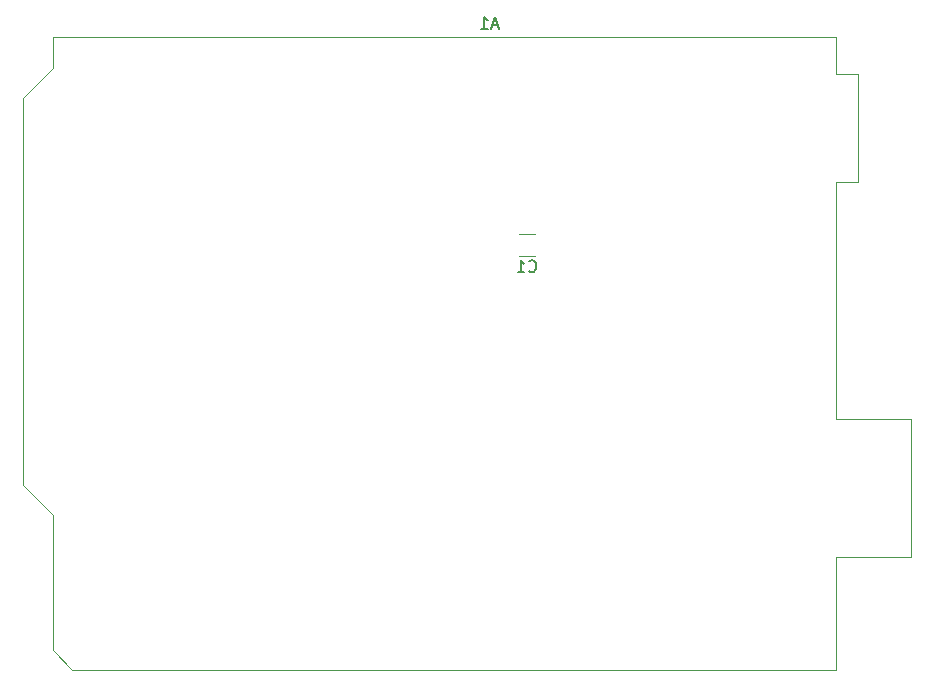
<source format=gbr>
%TF.GenerationSoftware,KiCad,Pcbnew,9.0.7-9.0.7~ubuntu24.04.1*%
%TF.CreationDate,2026-01-22T09:15:27-05:00*%
%TF.ProjectId,LED_proto_sector,4c45445f-7072-46f7-946f-5f736563746f,rev?*%
%TF.SameCoordinates,Original*%
%TF.FileFunction,Legend,Bot*%
%TF.FilePolarity,Positive*%
%FSLAX46Y46*%
G04 Gerber Fmt 4.6, Leading zero omitted, Abs format (unit mm)*
G04 Created by KiCad (PCBNEW 9.0.7-9.0.7~ubuntu24.04.1) date 2026-01-22 09:15:27*
%MOMM*%
%LPD*%
G01*
G04 APERTURE LIST*
%ADD10C,0.150000*%
%ADD11C,0.120000*%
G04 APERTURE END LIST*
D10*
X191214285Y-101769104D02*
X190738095Y-101769104D01*
X191309523Y-102054819D02*
X190976190Y-101054819D01*
X190976190Y-101054819D02*
X190642857Y-102054819D01*
X189785714Y-102054819D02*
X190357142Y-102054819D01*
X190071428Y-102054819D02*
X190071428Y-101054819D01*
X190071428Y-101054819D02*
X190166666Y-101197676D01*
X190166666Y-101197676D02*
X190261904Y-101292914D01*
X190261904Y-101292914D02*
X190357142Y-101340533D01*
X193841666Y-122567080D02*
X193889285Y-122614700D01*
X193889285Y-122614700D02*
X194032142Y-122662319D01*
X194032142Y-122662319D02*
X194127380Y-122662319D01*
X194127380Y-122662319D02*
X194270237Y-122614700D01*
X194270237Y-122614700D02*
X194365475Y-122519461D01*
X194365475Y-122519461D02*
X194413094Y-122424223D01*
X194413094Y-122424223D02*
X194460713Y-122233747D01*
X194460713Y-122233747D02*
X194460713Y-122090890D01*
X194460713Y-122090890D02*
X194413094Y-121900414D01*
X194413094Y-121900414D02*
X194365475Y-121805176D01*
X194365475Y-121805176D02*
X194270237Y-121709938D01*
X194270237Y-121709938D02*
X194127380Y-121662319D01*
X194127380Y-121662319D02*
X194032142Y-121662319D01*
X194032142Y-121662319D02*
X193889285Y-121709938D01*
X193889285Y-121709938D02*
X193841666Y-121757557D01*
X192889285Y-122662319D02*
X193460713Y-122662319D01*
X193174999Y-122662319D02*
X193174999Y-121662319D01*
X193174999Y-121662319D02*
X193270237Y-121805176D01*
X193270237Y-121805176D02*
X193365475Y-121900414D01*
X193365475Y-121900414D02*
X193460713Y-121948033D01*
D11*
%TO.C,A1*%
X226190000Y-135130000D02*
X226190000Y-146810000D01*
X226190000Y-146810000D02*
X219840000Y-146810000D01*
X221740000Y-105920000D02*
X221740000Y-115060000D01*
X221740000Y-115060000D02*
X219840000Y-115060000D01*
X219840000Y-102740000D02*
X219840000Y-105920000D01*
X219840000Y-105920000D02*
X221740000Y-105920000D01*
X219840000Y-115060000D02*
X219840000Y-135130000D01*
X219840000Y-135130000D02*
X226190000Y-135130000D01*
X219840000Y-146810000D02*
X219840000Y-156340000D01*
X219840000Y-156340000D02*
X155190000Y-156340000D01*
X155190000Y-156340000D02*
X153540000Y-154690000D01*
X153540000Y-102740000D02*
X219840000Y-102740000D01*
X153540000Y-105410000D02*
X153540000Y-102740000D01*
X153540000Y-143260000D02*
X151000000Y-140720000D01*
X153540000Y-154690000D02*
X153540000Y-143260000D01*
X151000000Y-107950000D02*
X153540000Y-105410000D01*
X151000000Y-140720000D02*
X151000000Y-107950000D01*
%TO.C,C1*%
X192963748Y-121267500D02*
X194386252Y-121267500D01*
X192963748Y-119447500D02*
X194386252Y-119447500D01*
%TD*%
M02*

</source>
